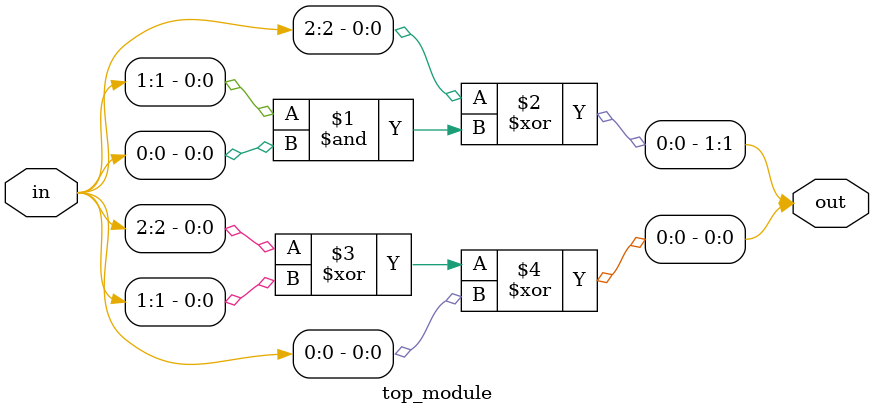
<source format=sv>
module top_module (
	input [2:0] in,
	output [1:0] out
);

	// Logic for addition
	assign out[1] = in[2] ^ (in[1] & in[0]);
	assign out[0] = in[2] ^ in[1] ^ in[0];
  
endmodule

</source>
